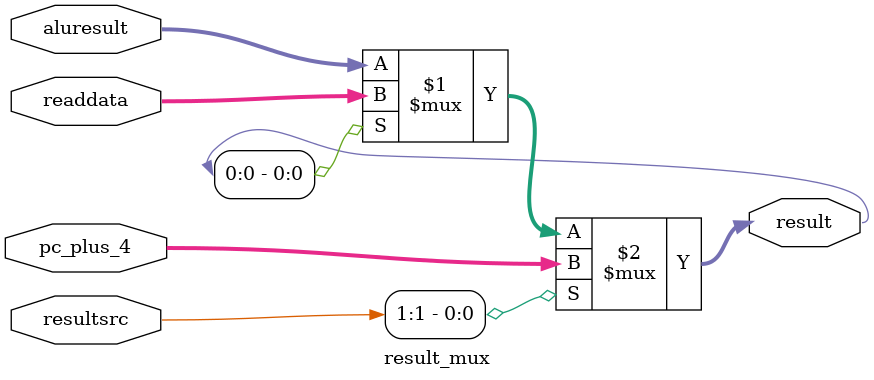
<source format=v>
module result_mux(result,aluresult,readdata,pc_plus_4,resultsrc);
parameter N=32;
output [N-1:0]result;
input [N-1:0]aluresult;
input [N-1:0]readdata;
input [N-1:0]pc_plus_4;
input [1:0]resultsrc;
assign result=resultsrc[1]?pc_plus_4:(result[0]?readdata:aluresult);
endmodule

</source>
